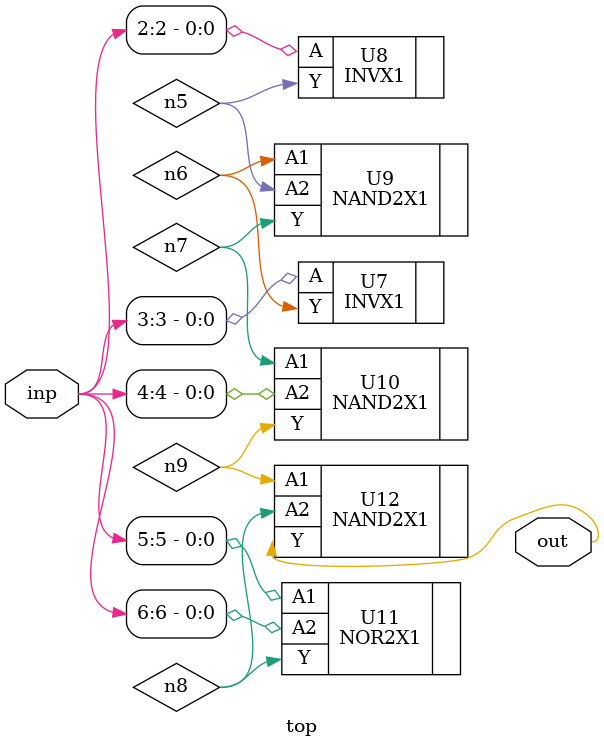
<source format=sv>


module top ( inp, out );
  input [6:0] inp;
  output out;
  wire   n5, n6, n7, n8, n9;

  INVX1 U7 ( .A(inp[3]), .Y(n6) );
  INVX1 U8 ( .A(inp[2]), .Y(n5) );
  NAND2X1 U9 ( .A1(n6), .A2(n5), .Y(n7) );
  NAND2X1 U10 ( .A1(n7), .A2(inp[4]), .Y(n9) );
  NOR2X1 U11 ( .A1(inp[5]), .A2(inp[6]), .Y(n8) );
  NAND2X1 U12 ( .A1(n9), .A2(n8), .Y(out) );
endmodule


</source>
